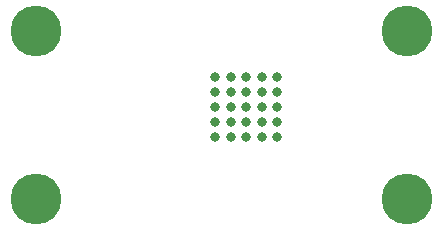
<source format=gbs>
G04*
G04 #@! TF.GenerationSoftware,Altium Limited,Altium Designer,22.3.1 (43)*
G04*
G04 Layer_Color=16711935*
%FSLAX25Y25*%
%MOIN*%
G70*
G04*
G04 #@! TF.SameCoordinates,03762554-53E0-4DA3-B020-D50B0D98B1FC*
G04*
G04*
G04 #@! TF.FilePolarity,Negative*
G04*
G01*
G75*
%ADD23C,0.16942*%
%ADD24C,0.03150*%
D23*
X123622Y56004D02*
D03*
X0D02*
D03*
X123622Y0D02*
D03*
X0D02*
D03*
D24*
X80315Y40748D02*
D03*
Y20669D02*
D03*
X59842D02*
D03*
Y40748D02*
D03*
X75197D02*
D03*
X70079D02*
D03*
X64961D02*
D03*
X75197Y20669D02*
D03*
X70079D02*
D03*
X64961D02*
D03*
X64961Y30709D02*
D03*
X64961Y25689D02*
D03*
X70079Y30709D02*
D03*
X70079Y25689D02*
D03*
X75197Y30709D02*
D03*
X75197Y25689D02*
D03*
X80315D02*
D03*
X75197Y35728D02*
D03*
X70079D02*
D03*
X64961D02*
D03*
X59842D02*
D03*
Y30709D02*
D03*
Y25689D02*
D03*
X80315Y30709D02*
D03*
Y35728D02*
D03*
M02*

</source>
